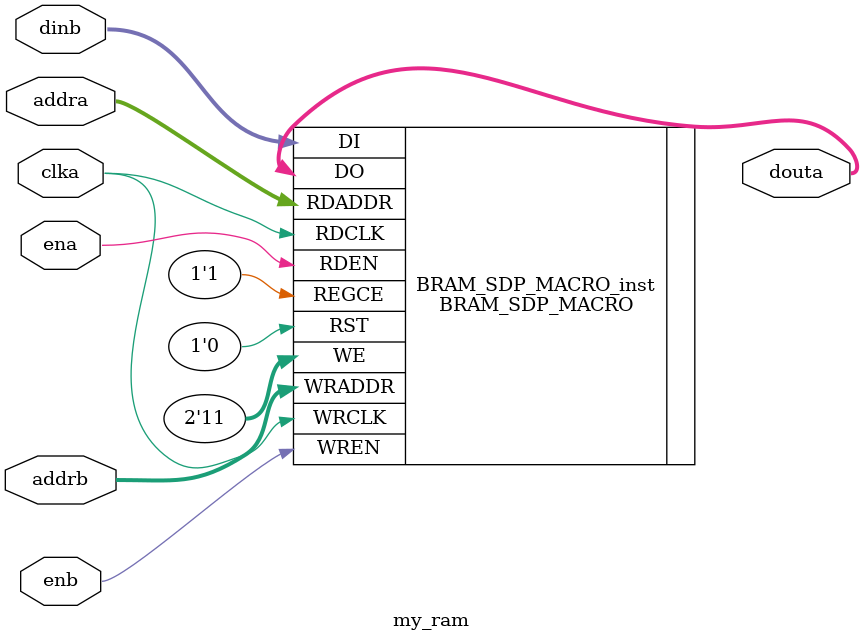
<source format=v>
`timescale 1ns / 1ps
module my_ram(
  clka,
  ena,
  addra,
  douta,
  addrb,
  dinb,
  enb
);

input clka;
input ena;
input enb;
input [9:0] addra;
output [15:0] douta;
input  [9:0] addrb;
input  [15:0] dinb;

BRAM_SDP_MACRO #(
	.BRAM_SIZE("18Kb"), // Target BRAM, "18Kb" or "36Kb"
	.DEVICE("SPARTAN6"), // Target device: "VIRTEX5", "VIRTEX6", "SPARTAN6"
	.WRITE_WIDTH(16), // Valid values are 1-72 (37-72 only valid when BRAM_SIZE="36Kb")
	.READ_WIDTH(16), // Valid values are 1-72 (37-72 only valid when BRAM_SIZE="36Kb")
	.DO_REG(1), // Optional output register (0 or 1)
	.INIT_FILE ("NONE"),
	.SIM_COLLISION_CHECK ("ALL"), // Collision check enable "ALL", "WARNING_ONLY",
	                              // "GENERATE_X_ONLY" or "NONE"
	.SIM_MODE("SAFE"), // Simulation: "SAFE" vs. "FAST", see "Synthesis and Simulation Design Guide" for details
	.SRVAL(16'h00), // Set/Reset value for port output
	.INIT(16'h00), // Initial values on output port

	.INIT_00(256'h0000000000000000000000000000000000000000000000000000000000000000),
	.INIT_01(256'h0000000000000000000000000000000000000000000000000000000000000000),
	.INIT_02(256'h0000000000000000000000000000000100000000000000000000000000000000),
	.INIT_03(256'h0000000000000000000000000000000000000000000000000000000000000000),
	.INIT_04(256'h0000000000000000000000000000000000000000000000000000000000000000),
	.INIT_05(256'h0000000000000000000000000000000000000000000000000000000000000000),
	.INIT_06(256'h0000000000000000000000000000000000000000000000000000000000000000),
	.INIT_07(256'h0000000000000000000000000000000000000000000000000000000000000000),
	.INIT_08(256'h0000000000000000000000000000000000000000000000000000000000000000),
   .INIT_09(256'h0000000000000000000000000000000000000000000000000000000000000000),
   .INIT_0A(256'h0000000000000000000000000000000000000000000000000000000000000000),
   .INIT_0B(256'h0000000000000000000000000000000000000000000000000000000000000000),
   .INIT_0C(256'h0000000000000000000000000000000000000000000000000000000000000000),
   .INIT_0D(256'h0000000000000000000000000000000000000000000000000000000000000000),
   .INIT_0E(256'h0000000000000000000000000000000000000000000000000000000000000000),
   .INIT_0F(256'h0000000000000000000000000000000000000000000000000000000000000000),
   .INIT_10(256'h0000000000000000000000000000000000000000000000000000000000000000),
   .INIT_11(256'h0000000000000000000000000000000000000000000000000000000000000000),
   .INIT_12(256'h0000000000000000000000000000000000000000000000000000000000000000),
   .INIT_13(256'h0000000000000000000000000000000000000000000000000000000000000000),
   .INIT_14(256'h0000000000000000000000000000000000000000000000000000000000000000),
   .INIT_15(256'h0000000000000000000000000000000000000000000000000000000000000000),
   .INIT_16(256'h0000000000000000000000000000000000000000000000000000000000000000),
   .INIT_17(256'h0000000000000000000000000000000000000000000000000000000000000000),
   .INIT_18(256'h0000000000000000000000000000000000000000000000000000000000000000),
   .INIT_19(256'h0000000000000000000000000000000000000000000000000000000000000000),
   .INIT_1A(256'h0000000000000000000000000000000000000000000000000000000000000000),
   .INIT_1B(256'h0000000000000000000000000000000000000000000000000000000000000000),
   .INIT_1C(256'h0000000000000000000000000000000000000000000000000000000000000000),
   .INIT_1D(256'h0000000000000000000000000000000000000000000000000000000000000000),
   .INIT_1E(256'h0000000000000000000000000000000000000000000000000000000000000000),
   .INIT_1F(256'h0000000000000000000000000000000000000000000000000000000000000000),
   .INIT_20(256'h0000000000000000000000000000000000000000000000000000000000000000),
   .INIT_21(256'h0000000000000000000000000000000000000000000000000000000000000000),
   .INIT_22(256'h0000000000000000000000000000000000000000000000000000000000000000),
   .INIT_23(256'h0000000000000000000000000000000000000000000000000000000000000000),
   .INIT_24(256'h0000000000000000000000000000000000000000000000000000000000000000),
   .INIT_25(256'h0000000000000000000000000000000000000000000000000000000000000000),
   .INIT_26(256'h0000000000000000000000000000000000000000000000000000000000000000),
   .INIT_27(256'h0000000000000000000000000000000000000000000000000000000000000000),
   .INIT_28(256'h0000000000000000000000000000000000000000000000000000000000000000),
   .INIT_29(256'h0000000000000000000000000000000000000000000000000000000000000000),
   .INIT_2A(256'h0000000000000000000000000000000000000000000000000000000000000000),
   .INIT_2B(256'h0000000000000000000000000000000000000000000000000000000000000000),
   .INIT_2C(256'h0000000000000000000000000000000000000000000000000000000000000000),
   .INIT_2D(256'h0000000000000000000000000000000000000000000000000000000000000000),
   .INIT_2E(256'h0000000000000000000000000000000000000000000000000000000000000000),
   .INIT_2F(256'h0000000000000000000000000000000000000000000000000000000000000000),
   .INIT_30(256'h0000000000000000000000000000000000000000000000000000000000000000),
   .INIT_31(256'h0000000000000000000000000000000000000000000000000000000000000000),
   .INIT_32(256'h0000000000000000000000000000000000000000000000000000000000000000),
   .INIT_33(256'h0000000000000000000000000000000000000000000000000000000000000000),
   .INIT_34(256'h0000000000000000000000000000000000000000000000000000000000000000),
   .INIT_35(256'h0000000000000000000000000000000000000000000000000000000000000000),
   .INIT_36(256'h0000000000000000000000000000000000000000000000000000000000000000),
   .INIT_37(256'h0000000000000000000000000000000000000000000000000000000000000000),
   .INIT_38(256'h0000000000000000000000000000000000000000000000000000000000000000),
   .INIT_39(256'h0000000000000000000000000000000000000000000000000000000000000000),
   .INIT_3A(256'h0000000000000000000000000000000000000000000000000000000000000000),
   .INIT_3B(256'h0000000000000000000000000000000000000000000000000000000000000000),
   .INIT_3C(256'h0000000000000000000000000000000000000000000000000000000000000000),
   .INIT_3D(256'h0000000000000000000000000000000000000000000000000000000000000000),
   .INIT_3E(256'h0000000000000000000000000000000000000000000000000000000000000000),
   .INIT_3F(256'h0000000000000000000000000000000000000000000000000000000000000000),

   .INITP_00(256'h0000000000000000000000000000000000000000000000000000000000000000),
   .INITP_01(256'h0000000000000000000000000000000000000000000000000000000000000000),
   .INITP_02(256'h0000000000000000000000000000000000000000000000000000000000000000),
   .INITP_03(256'h0000000000000000000000000000000000000000000000000000000000000000),
   .INITP_04(256'h0000000000000000000000000000000000000000000000000000000000000000),
   .INITP_05(256'h0000000000000000000000000000000000000000000000000000000000000000),
   .INITP_06(256'h0000000000000000000000000000000000000000000000000000000000000000),
   .INITP_07(256'h0000000000000000000000000000000000000000000000000000000000000000)

) BRAM_SDP_MACRO_inst (
	.DO(douta), // Output read data port
	.DI(dinb), // Input write data port
	.RDADDR(addra), // Input read address
	.RDCLK(clka), // Input read clock
	.RDEN(ena), // Input read port enable
	.REGCE(1'b1), // Input read output register enable
	.RST(1'b0), // Input reset
	.WE(2'b11), // Input write enable
	.WRADDR(addrb), // Input write address
	.WRCLK(clka), // Input write clock
	.WREN(enb) // Input write port enable
);

endmodule

</source>
